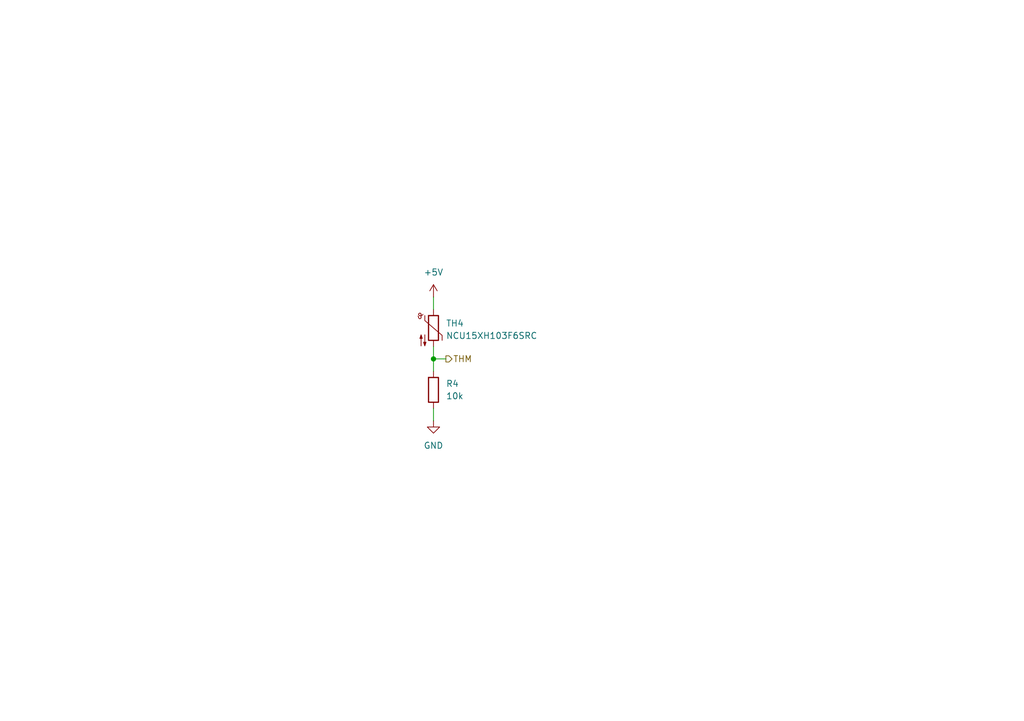
<source format=kicad_sch>
(kicad_sch (version 20231120) (generator "eeschema") (generator_version "8.0")
  (paper "A5")
  (lib_symbols
    (symbol "Device:R" (pin_numbers hide) (pin_names (offset 0))
      (property "Reference" "R" (at 2.032 0 90))
      (property "Value" "R" (at 0 0 90))
      (symbol "R_0_1"
        (rectangle (start -1.016 -2.54) (end 1.016 2.54) (stroke (width 0.254)))
      )
      (symbol "R_1_1"
        (pin passive line (at 0 3.81 270) (length 1.27) (name "~") (number "1"))
        (pin passive line (at 0 -3.81 90) (length 1.27) (name "~") (number "2"))
      )
    )
    (symbol "Device:Thermistor_NTC" (pin_numbers hide) (pin_names (offset 0))
      (property "Reference" "TH" (at -4.445 0 90))
      (property "Value" "Thermistor_NTC" (at 3.175 0 90))
      (symbol "Thermistor_NTC_0_1"
        (arc (start -3.048 2.159) (mid -3.0495 2.3143) (end -3.175 2.413))
        (arc (start -3.048 2.159) (mid -2.9736 1.9794) (end -2.794 1.905))
        (arc (start -3.048 2.794) (mid -2.9736 2.6144) (end -2.794 2.54))
        (arc (start -2.794 1.905) (mid -2.6144 1.9794) (end -2.54 2.159))
        (arc (start -2.794 2.54) (mid -2.4393 2.5587) (end -2.159 2.794))
        (arc (start -2.794 3.048) (mid -2.9736 2.9736) (end -3.048 2.794))
        (arc (start -2.54 2.794) (mid -2.6144 2.9736) (end -2.794 3.048))
        (rectangle (start -1.016 2.54) (end 1.016 -2.54) (stroke (width 0.254)))
        (polyline (pts (xy -2.54 2.159) (xy -2.54 2.794)))
        (polyline (pts (xy -1.778 2.54) (xy -1.778 1.524) (xy 1.778 -1.524) (xy 1.778 -2.54)))
        (polyline (pts (xy -2.54 -3.683) (xy -2.54 -1.397) (xy -2.794 -2.159) (xy -2.286 -2.159) (xy -2.54 -1.397) (xy -2.54 -1.651)) (fill (type outline)))
        (polyline (pts (xy -1.778 -1.397) (xy -1.778 -3.683) (xy -2.032 -2.921) (xy -1.524 -2.921) (xy -1.778 -3.683) (xy -1.778 -3.429)) (fill (type outline)))
      )
      (symbol "Thermistor_NTC_1_1"
        (pin passive line (at 0 3.81 270) (length 1.27) (name "~") (number "1"))
        (pin passive line (at 0 -3.81 90) (length 1.27) (name "~") (number "2"))
      )
    )
    (symbol "power:+5V" (power) (pin_numbers hide) (pin_names (offset 0) hide)
      (property "Value" "+5V" (at 0 3.556 0))
      (symbol "+5V_0_1"
        (polyline (pts (xy -0.762 1.27) (xy 0 2.54)))
        (polyline (pts (xy 0 0) (xy 0 2.54)))
        (polyline (pts (xy 0 2.54) (xy 0.762 1.27)))
      )
      (symbol "+5V_1_1"
        (pin power_in line (at 0 0 90) (length 0) (name "~") (number "1"))
      )
    )
    (symbol "power:GND" (power) (pin_numbers hide) (pin_names (offset 0) hide)
      (property "Value" "GND" (at 0 -3.81 0))
      (symbol "GND_0_1"
        (polyline (pts (xy 0 0) (xy 0 -1.27) (xy 1.27 -1.27) (xy 0 -2.54) (xy -1.27 -1.27) (xy 0 -1.27)))
      )
      (symbol "GND_1_1"
        (pin power_in line (at 0 0 270) (length 0) (name "~") (number "1"))
      )
    )
  )
  (junction (at 88.9 73.66))
  (wire (pts (xy 88.9 83.82) (xy 88.9 86.36)))
  (wire (pts (xy 88.9 73.66) (xy 88.9 76.2)))
  (wire (pts (xy 88.9 73.66) (xy 91.44 73.66)))
  (wire (pts (xy 88.9 60.96) (xy 88.9 63.5)))
  (wire (pts (xy 88.9 71.12) (xy 88.9 73.66)))
  (hierarchical_label "THM" (shape output) (at 91.44 73.66 0))
  (symbol (lib_id "power:GND") (at 88.9 86.36 0) (unit 1)
    (property "Reference" "#PWR08" (effects (hide yes)))
    (property "Value" "GND" (at 88.9 91.44 0))
    (property "Description" "Power symbol creates a global label with name \"GND\" , ground" (effects (hide yes)))
    (instances (project "bms-carrier" (path "" (reference "#PWR08") (unit 1)) (path "" (reference "#PWR018") (unit 1)) (path "" (reference "#PWR010") (unit 1)) (path "" (reference "#PWR016") (unit 1)) (path "" (reference "#PWR06") (unit 1)) (path "" (reference "#PWR012") (unit 1)) (path "" (reference "#PWR014") (unit 1)) (path "" (reference "#PWR020") (unit 1)) (path "" (reference "#PWR02") (unit 1)) (path "" (reference "#PWR04") (unit 1))))
  )
  (symbol (lib_id "power:+5V") (at 88.9 60.96 0) (unit 1)
    (property "Reference" "#PWR07" (effects (hide yes)))
    (property "Value" "+5V" (at 88.9 55.88 0))
    (property "Description" "Power symbol creates a global label with name \"+5V\"" (effects (hide yes)))
    (instances (project "bms-carrier" (path "" (reference "#PWR07") (unit 1)) (path "" (reference "#PWR017") (unit 1)) (path "" (reference "#PWR09") (unit 1)) (path "" (reference "#PWR015") (unit 1)) (path "" (reference "#PWR05") (unit 1)) (path "" (reference "#PWR011") (unit 1)) (path "" (reference "#PWR013") (unit 1)) (path "" (reference "#PWR019") (unit 1)) (path "" (reference "#PWR01") (unit 1)) (path "" (reference "#PWR03") (unit 1))))
  )
  (symbol (lib_id "Device:Thermistor_NTC") (at 88.9 67.31 0) (unit 1)
    (property "Reference" "TH4" (at 91.44 66.3574 0) (effects (justify left)))
    (property "Value" "NCU15XH103F6SRC" (at 91.44 68.8974 0) (effects (justify left)))
    (property "Footprint" "Resistor_SMD:R_0402_1005Metric" (effects (hide yes)))
    (property "Description" "Temperature dependent resistor, negative temperature coefficient" (effects (hide yes)))
    (instances (project "bms-carrier" (path "" (reference "TH4") (unit 1)) (path "" (reference "TH9") (unit 1)) (path "" (reference "TH5") (unit 1)) (path "" (reference "TH8") (unit 1)) (path "" (reference "TH3") (unit 1)) (path "" (reference "TH6") (unit 1)) (path "" (reference "TH7") (unit 1)) (path "" (reference "TH10") (unit 1)) (path "" (reference "TH2") (unit 1))))
  )
  (symbol (lib_id "Device:R") (at 88.9 80.01 0) (unit 1)
    (property "Reference" "R4" (at 91.44 78.7399 0) (effects (justify left)))
    (property "Value" "10k" (at 91.44 81.2799 0) (effects (justify left)))
    (property "Description" "Resistor" (effects (hide yes)))
    (property "LCSC" "C25744" (effects (hide yes)))
    (instances (project "bms-carrier" (path "" (reference "R4") (unit 1)) (path "" (reference "R9") (unit 1)) (path "" (reference "R5") (unit 1)) (path "" (reference "R8") (unit 1)) (path "" (reference "R3") (unit 1)) (path "" (reference "R6") (unit 1)) (path "" (reference "R7") (unit 1)) (path "" (reference "R10") (unit 1)) (path "" (reference "R2") (unit 1))))
  )
)
</source>
